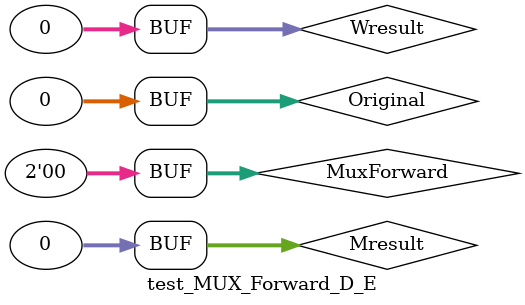
<source format=v>
`timescale 1ns / 1ps


module test_MUX_Forward_D_E;

	// Inputs
	reg [31:0] Original;
	reg [31:0] Mresult;
	reg [31:0] Wresult;
	reg [1:0] MuxForward;

	// Outputs
	wire [31:0] MUXResult;

	// Instantiate the Unit Under Test (UUT)
	MUX_Forward_D_E uut (
		.Original(Original), 
		.Mresult(Mresult), 
		.Wresult(Wresult), 
		.MuxForward(MuxForward), 
		.MUXResult(MUXResult)
	);

	initial begin
		// Initialize Inputs
		Original = 0;
		Mresult = 0;
		Wresult = 0;
		MuxForward = 0;

		// Wait 100 ns for global reset to finish
		#100;
        
		// Add stimulus here

	end
      
endmodule


</source>
